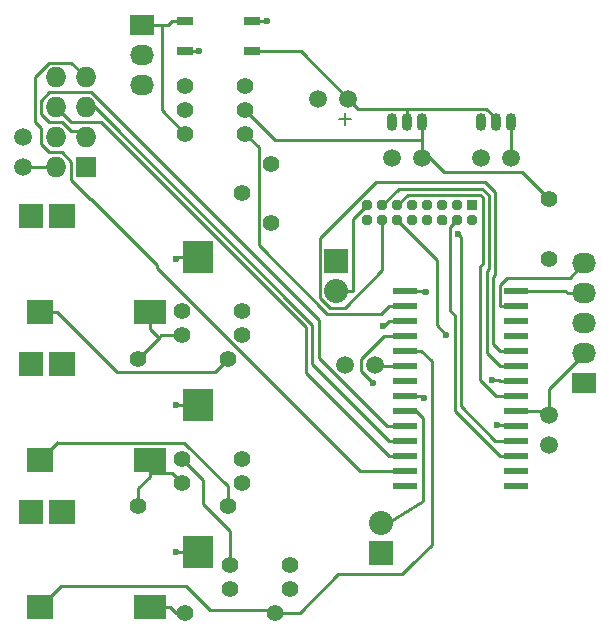
<source format=gtl>
%TF.GenerationSoftware,KiCad,Pcbnew,(2015-06-24 BZR 5814, Git a8bffb8)-product*%
%TF.CreationDate,2015-07-05T17:44:44-06:00*%
%TF.JobID,Power Monitor,506F776572204D6F6E69746F722E6B69,rev?*%
%TF.FileFunction,Copper,L1,Top,Signal*%
%FSLAX46Y46*%
G04 Gerber Fmt 4.6, Leading zero omitted, Abs format (unit mm)*
G04 Created by KiCad (PCBNEW (2015-06-24 BZR 5814, Git a8bffb8)-product) date 7/5/2015 5:44:44 PM*
%MOMM*%
G01*
G04 APERTURE LIST*
%ADD10C,0.100000*%
%ADD11C,0.150000*%
%ADD12R,1.727200X1.727200*%
%ADD13O,1.727200X1.727200*%
%ADD14R,1.400000X0.800000*%
%ADD15R,0.939800X0.939800*%
%ADD16C,0.939800*%
%ADD17C,1.397000*%
%ADD18R,2.200000X2.100000*%
%ADD19R,2.700000X2.100000*%
%ADD20R,2.000000X2.100000*%
%ADD21R,2.600000X2.700000*%
%ADD22C,1.501140*%
%ADD23R,2.032000X1.727200*%
%ADD24O,2.032000X1.727200*%
%ADD25O,0.899160X1.501140*%
%ADD26R,2.032000X2.032000*%
%ADD27O,2.032000X2.032000*%
%ADD28R,2.000000X0.600000*%
%ADD29C,0.600000*%
%ADD30C,0.254000*%
G04 APERTURE END LIST*
D10*
D11*
X143730760Y-70699260D02*
X143230380Y-70699260D01*
X143730760Y-70699260D02*
X143730760Y-71199640D01*
X144231140Y-70699260D02*
X143730760Y-70699260D01*
X143730760Y-70699260D02*
X143730760Y-70300480D01*
X143730760Y-70300480D02*
X143730760Y-70198880D01*
D12*
X121770000Y-74810000D03*
D13*
X119230000Y-74810000D03*
X121770000Y-72270000D03*
X119230000Y-72270000D03*
X121770000Y-69730000D03*
X119230000Y-69730000D03*
X121770000Y-67190000D03*
X119230000Y-67190000D03*
D14*
X130150000Y-64970000D03*
X135850000Y-64970000D03*
X135850000Y-62430000D03*
X130150000Y-62430000D03*
D15*
X154500000Y-78000000D03*
D16*
X154500000Y-79270000D03*
X153230000Y-78000000D03*
X153230000Y-79270000D03*
X151960000Y-78000000D03*
X151960000Y-79270000D03*
X150690000Y-78000000D03*
X150690000Y-79270000D03*
X149420000Y-78000000D03*
X149420000Y-79270000D03*
X148150000Y-78000000D03*
X148150000Y-79270000D03*
X146880000Y-78000000D03*
X146880000Y-79270000D03*
X145610000Y-78000000D03*
X145610000Y-79270000D03*
D17*
X137500000Y-79500000D03*
X135000000Y-77000000D03*
X137500000Y-74500000D03*
D18*
X117900000Y-112050000D03*
X119800000Y-103950000D03*
D19*
X127200000Y-112050000D03*
D20*
X117100000Y-103950000D03*
D21*
X131300000Y-107400000D03*
D18*
X117900000Y-99550000D03*
X119800000Y-91450000D03*
D19*
X127200000Y-99550000D03*
D20*
X117100000Y-91450000D03*
D21*
X131300000Y-94900000D03*
D18*
X117900000Y-87050000D03*
X119800000Y-78950000D03*
D19*
X127200000Y-87050000D03*
D20*
X117100000Y-78950000D03*
D21*
X131300000Y-82400000D03*
D17*
X161000000Y-77460000D03*
X161000000Y-82540000D03*
X135290000Y-67950000D03*
X130210000Y-67950000D03*
X135290000Y-69950000D03*
X130210000Y-69950000D03*
X133960000Y-110500000D03*
X139040000Y-110500000D03*
X133960000Y-108500000D03*
X139040000Y-108500000D03*
X129960000Y-101500000D03*
X135040000Y-101500000D03*
X129960000Y-99500000D03*
X135040000Y-99500000D03*
X129960000Y-89000000D03*
X135040000Y-89000000D03*
X129960000Y-87000000D03*
X135040000Y-87000000D03*
X135290000Y-71950000D03*
X130210000Y-71950000D03*
X137810000Y-112500000D03*
X130190000Y-112500000D03*
X133810000Y-103500000D03*
X126190000Y-103500000D03*
X133810000Y-91000000D03*
X126190000Y-91000000D03*
D22*
X141460000Y-69000000D03*
X144000000Y-69000000D03*
D23*
X126500000Y-62760000D03*
D24*
X126500000Y-65300000D03*
X126500000Y-67840000D03*
D22*
X146270000Y-91500000D03*
X143730000Y-91500000D03*
X157770000Y-74000000D03*
X155230000Y-74000000D03*
X150270000Y-74000000D03*
X147730000Y-74000000D03*
X161000000Y-95730000D03*
X161000000Y-98270000D03*
X116500000Y-74770000D03*
X116500000Y-72230000D03*
D25*
X156500000Y-71000000D03*
X157770000Y-71000000D03*
X155230000Y-71000000D03*
X149000000Y-71000000D03*
X150270000Y-71000000D03*
X147730000Y-71000000D03*
D26*
X143000000Y-82730000D03*
D27*
X143000000Y-85270000D03*
D26*
X146812000Y-107442000D03*
D27*
X146812000Y-104902000D03*
D28*
X148800000Y-85245000D03*
X148800000Y-86515000D03*
X148800000Y-87785000D03*
X148800000Y-89055000D03*
X148800000Y-90325000D03*
X148800000Y-91595000D03*
X148800000Y-92865000D03*
X148800000Y-94135000D03*
X148800000Y-95405000D03*
X148800000Y-96675000D03*
X148800000Y-97945000D03*
X148800000Y-99215000D03*
X148800000Y-100485000D03*
X148800000Y-101755000D03*
X158200000Y-101755000D03*
X158200000Y-100485000D03*
X158200000Y-99215000D03*
X158200000Y-97945000D03*
X158200000Y-96675000D03*
X158200000Y-95405000D03*
X158200000Y-94135000D03*
X158200000Y-92865000D03*
X158200000Y-91595000D03*
X158200000Y-90325000D03*
X158200000Y-89055000D03*
X158200000Y-87785000D03*
X158200000Y-86515000D03*
X158200000Y-85245000D03*
D23*
X164000000Y-93080000D03*
D24*
X164000000Y-90540000D03*
X164000000Y-88000000D03*
X164000000Y-85460000D03*
X164000000Y-82920000D03*
D29*
X156591000Y-96647000D03*
X129440000Y-107400000D03*
X137149000Y-62432400D03*
X131404360Y-64968120D03*
X129439000Y-82537300D03*
X129437000Y-94888600D03*
X150391000Y-94344400D03*
X146904400Y-88213800D03*
X146076800Y-93048800D03*
X150598300Y-85379500D03*
X153326100Y-80484700D03*
X156159100Y-92809100D03*
X152319500Y-88977400D03*
D30*
X158200000Y-96675000D02*
X158172000Y-96647000D01*
X158172000Y-96647000D02*
X156591000Y-96647000D01*
X131300000Y-107400000D02*
X129440000Y-107400000D01*
X131290000Y-107410000D02*
X131300000Y-107400000D01*
X136931000Y-62430000D02*
X135850000Y-62430000D01*
X136934000Y-62432400D02*
X136931000Y-62430000D01*
X137149000Y-62432400D02*
X136934000Y-62432400D01*
X131231000Y-64970000D02*
X131404360Y-64968120D01*
X130150000Y-64970000D02*
X131231000Y-64970000D01*
X129619000Y-82400000D02*
X131300000Y-82400000D01*
X129481000Y-82537300D02*
X129619000Y-82400000D01*
X129439000Y-82537300D02*
X129481000Y-82537300D01*
X129607000Y-94888600D02*
X129437000Y-94888600D01*
X129619000Y-94900000D02*
X129607000Y-94888600D01*
X131300000Y-94900000D02*
X129619000Y-94900000D01*
X150181000Y-94135000D02*
X148800000Y-94135000D01*
X150391000Y-94344400D02*
X150181000Y-94135000D01*
X150368000Y-96012000D02*
X149761000Y-95405000D01*
X149761000Y-95405000D02*
X148800000Y-95405000D01*
X150368000Y-103035234D02*
X147492000Y-104824700D01*
X150368000Y-96012000D02*
X150368000Y-103035234D01*
X146812000Y-104902000D02*
X147492000Y-104824700D01*
X146365000Y-91595000D02*
X146270000Y-91500000D01*
X148800000Y-91595000D02*
X146365000Y-91595000D01*
X155702000Y-69868100D02*
X156500000Y-70666100D01*
X156500000Y-70666100D02*
X156500000Y-71000000D01*
X139970000Y-64970000D02*
X135850000Y-64970000D01*
X144000000Y-69000000D02*
X139970000Y-64970000D01*
X144868100Y-69868100D02*
X144000000Y-69000000D01*
X149000000Y-69868100D02*
X144868100Y-69868100D01*
X149000000Y-71000000D02*
X149000000Y-69868100D01*
X155702000Y-69868100D02*
X149000000Y-69868100D01*
X157770000Y-71000000D02*
X157770000Y-74000000D01*
X117945000Y-74770000D02*
X116500000Y-74770000D01*
X117985000Y-74810000D02*
X117945000Y-74770000D01*
X119230000Y-74810000D02*
X117985000Y-74810000D01*
X133960000Y-105558500D02*
X133960000Y-108500000D01*
X131742500Y-103341000D02*
X133960000Y-105558500D01*
X131742500Y-101282500D02*
X131742500Y-103341000D01*
X129960000Y-99500000D02*
X131742500Y-101282500D01*
X150270000Y-71000000D02*
X150270000Y-72500000D01*
X137840000Y-72500000D02*
X135290000Y-69950000D01*
X150270000Y-72500000D02*
X137840000Y-72500000D01*
X164000000Y-90540000D02*
X164000000Y-90851200D01*
X164000000Y-90851200D02*
X164000000Y-91162400D01*
X161000000Y-93589200D02*
X161000000Y-95405000D01*
X163738000Y-90851200D02*
X161000000Y-93589200D01*
X164000000Y-90851200D02*
X163738000Y-90851200D01*
X161000000Y-95730000D02*
X161000000Y-95405000D01*
X161000000Y-95405000D02*
X158200000Y-95405000D01*
X150270000Y-72500000D02*
X150270000Y-73350600D01*
X150270000Y-73350600D02*
X150270000Y-74000000D01*
X158698000Y-75158000D02*
X161000000Y-77460000D01*
X152077400Y-75158000D02*
X158698000Y-75158000D01*
X150270000Y-73350600D02*
X152077400Y-75158000D01*
X126500000Y-62760000D02*
X128191100Y-62760000D01*
X129069000Y-62430000D02*
X130150000Y-62430000D01*
X128739000Y-62760000D02*
X129069000Y-62430000D01*
X128191100Y-62760000D02*
X128739000Y-62760000D01*
X128191100Y-69931100D02*
X130210000Y-71950000D01*
X128191100Y-62760000D02*
X128191100Y-69931100D01*
X132700800Y-92109200D02*
X133810000Y-91000000D01*
X124440500Y-92109200D02*
X132700800Y-92109200D01*
X119381300Y-87050000D02*
X124440500Y-92109200D01*
X117900000Y-87050000D02*
X119381300Y-87050000D01*
X146989900Y-88213800D02*
X146904400Y-88213800D01*
X147418700Y-87785000D02*
X146989900Y-88213800D01*
X148800000Y-87785000D02*
X147418700Y-87785000D01*
X127200000Y-87050000D02*
X127200000Y-88481300D01*
X127954400Y-89235600D02*
X127200000Y-88481300D01*
X126190000Y-91000000D02*
X127954400Y-89235600D01*
X128190000Y-89000000D02*
X129960000Y-89000000D01*
X127954400Y-89235600D02*
X128190000Y-89000000D01*
X117900000Y-99550000D02*
X119331300Y-98118700D01*
X119380000Y-98044000D02*
X119380000Y-98118700D01*
X119331300Y-98092700D02*
X119380000Y-98044000D01*
X119331300Y-98118700D02*
X119331300Y-98092700D01*
X130109800Y-98118700D02*
X119380000Y-98118700D01*
X133810000Y-101818900D02*
X130109800Y-98118700D01*
X133810000Y-103500000D02*
X133810000Y-101818900D01*
X145085600Y-92057600D02*
X146076800Y-93048800D01*
X145085600Y-91032200D02*
X145085600Y-92057600D01*
X147062800Y-89055000D02*
X145085600Y-91032200D01*
X148800000Y-89055000D02*
X147062800Y-89055000D01*
X126190000Y-101991300D02*
X127200000Y-100981300D01*
X126190000Y-103500000D02*
X126190000Y-101991300D01*
X127200000Y-99550000D02*
X127200000Y-100653400D01*
X127200000Y-100653400D02*
X127200000Y-100981300D01*
X129113400Y-100653400D02*
X129960000Y-101500000D01*
X127200000Y-100653400D02*
X129113400Y-100653400D01*
X137810000Y-112500000D02*
X137578000Y-112268000D01*
X137578000Y-112268000D02*
X132334000Y-112268000D01*
X119714000Y-110236000D02*
X117900000Y-112050000D01*
X130302000Y-110236000D02*
X119714000Y-110236000D01*
X132334000Y-112268000D02*
X130302000Y-110236000D01*
X139895000Y-112500000D02*
X143175000Y-109220000D01*
X143175000Y-109220000D02*
X148590000Y-109220000D01*
X149436700Y-108379100D02*
X149430900Y-108379100D01*
X149430900Y-108379100D02*
X148590000Y-109220000D01*
X151077000Y-106738800D02*
X149436700Y-108379100D01*
X151077000Y-91220700D02*
X151077000Y-106738800D01*
X150181300Y-90325000D02*
X151077000Y-91220700D01*
X148800000Y-90325000D02*
X150181300Y-90325000D01*
X139895000Y-112500000D02*
X137810000Y-112500000D01*
X129381300Y-112500000D02*
X128931300Y-112050000D01*
X130190000Y-112500000D02*
X129381300Y-112500000D01*
X127200000Y-112050000D02*
X128931300Y-112050000D01*
X150315800Y-85379500D02*
X150181300Y-85245000D01*
X150598300Y-85379500D02*
X150315800Y-85379500D01*
X148800000Y-85245000D02*
X150181300Y-85245000D01*
X162387700Y-85245000D02*
X158200000Y-85245000D01*
X162602700Y-85460000D02*
X162387700Y-85245000D01*
X164000000Y-85460000D02*
X162602700Y-85460000D01*
X164000000Y-82920000D02*
X162755100Y-84164900D01*
X162814000Y-84074000D02*
X162814000Y-84164900D01*
X162755100Y-84132900D02*
X162814000Y-84074000D01*
X162755100Y-84164900D02*
X162755100Y-84132900D01*
X156818700Y-84776400D02*
X156818700Y-86515000D01*
X157430200Y-84164900D02*
X156818700Y-84776400D01*
X162814000Y-84164900D02*
X157430200Y-84164900D01*
X158200000Y-86515000D02*
X156818700Y-86515000D01*
X158200000Y-99215000D02*
X156818700Y-99215000D01*
X152620000Y-79880000D02*
X153230000Y-79270000D01*
X152620000Y-86932000D02*
X152620000Y-79880000D01*
X153000800Y-87312800D02*
X152620000Y-86932000D01*
X153000800Y-95397100D02*
X153000800Y-87312800D01*
X156818700Y-99215000D02*
X153000800Y-95397100D01*
X152214000Y-79524500D02*
X151960000Y-79270000D01*
X153509100Y-80667700D02*
X153326100Y-80484700D01*
X153509100Y-95045500D02*
X153509100Y-80667700D01*
X156408600Y-97945000D02*
X153509100Y-95045500D01*
X158200000Y-97945000D02*
X156408600Y-97945000D01*
X158200000Y-94135000D02*
X156521600Y-94135000D01*
X155184400Y-92797800D02*
X156521600Y-94135000D01*
X155184400Y-83171900D02*
X155184400Y-92797800D01*
X155375000Y-82981300D02*
X155184400Y-83171900D01*
X155375000Y-77346700D02*
X155375000Y-82981300D01*
X155143700Y-77115400D02*
X155375000Y-77346700D01*
X149034600Y-77115400D02*
X155143700Y-77115400D01*
X148150000Y-78000000D02*
X149034600Y-77115400D01*
X156762800Y-92809100D02*
X156159100Y-92809100D01*
X156818700Y-92865000D02*
X156762800Y-92809100D01*
X151523600Y-82643600D02*
X148150000Y-79270000D01*
X151523600Y-88181500D02*
X151523600Y-82643600D01*
X152319500Y-88977400D02*
X151523600Y-88181500D01*
X158200000Y-92865000D02*
X156818700Y-92865000D01*
X148276400Y-76603600D02*
X146880000Y-78000000D01*
X155354100Y-76603600D02*
X148276400Y-76603600D01*
X155884900Y-77134400D02*
X155354100Y-76603600D01*
X155884900Y-83444300D02*
X155884900Y-77134400D01*
X155724500Y-83604700D02*
X155884900Y-83444300D01*
X155724500Y-90500800D02*
X155724500Y-83604700D01*
X156818700Y-91595000D02*
X155724500Y-90500800D01*
X158200000Y-91595000D02*
X156818700Y-91595000D01*
X158200000Y-90325000D02*
X156818700Y-90325000D01*
X156289100Y-89795400D02*
X156818700Y-90325000D01*
X156289100Y-84049800D02*
X156289100Y-89795400D01*
X156408200Y-83930700D02*
X156289100Y-84049800D01*
X156408200Y-76912800D02*
X156408200Y-83930700D01*
X155547400Y-76052000D02*
X156408200Y-76912800D01*
X146339100Y-76052000D02*
X155547400Y-76052000D01*
X141600400Y-80790700D02*
X146339100Y-76052000D01*
X141600400Y-85856200D02*
X141600400Y-80790700D01*
X142429900Y-86685700D02*
X141600400Y-85856200D01*
X143706700Y-86685700D02*
X142429900Y-86685700D01*
X146880000Y-83512400D02*
X143706700Y-86685700D01*
X146880000Y-79270000D02*
X146880000Y-83512400D01*
X144397300Y-79212700D02*
X144397300Y-85270000D01*
X145610000Y-78000000D02*
X144397300Y-79212700D01*
X143000000Y-85270000D02*
X144397300Y-85270000D01*
X121770000Y-72270000D02*
X121254200Y-71754200D01*
X121254200Y-71754200D02*
X120525100Y-71754200D01*
X119770900Y-71000000D02*
X120525100Y-71754200D01*
X118702200Y-71000000D02*
X119770900Y-71000000D01*
X117961500Y-70259300D02*
X118702200Y-71000000D01*
X117961500Y-69166500D02*
X117961500Y-70259300D01*
X118668000Y-68460000D02*
X117961500Y-69166500D01*
X122260600Y-68460000D02*
X118668000Y-68460000D01*
X141546200Y-87745600D02*
X122260600Y-68460000D01*
X141546200Y-90928700D02*
X141546200Y-87745600D01*
X147292500Y-96675000D02*
X141546200Y-90928700D01*
X148800000Y-96675000D02*
X147292500Y-96675000D01*
X121873000Y-69730000D02*
X121821500Y-69730000D01*
X121821500Y-69730000D02*
X121770000Y-69730000D01*
X148800000Y-97945000D02*
X147418700Y-97945000D01*
X140925700Y-91452000D02*
X147418700Y-97945000D01*
X140925700Y-88115400D02*
X140925700Y-91452000D01*
X122540300Y-69730000D02*
X140925700Y-88115400D01*
X121873000Y-69730000D02*
X122540300Y-69730000D01*
X119230000Y-69730000D02*
X120500000Y-71000000D01*
X120500000Y-71000000D02*
X123091500Y-71000000D01*
X119230000Y-69730000D02*
X119817360Y-70317360D01*
X148800000Y-99215000D02*
X147418700Y-99215000D01*
X123091500Y-71000000D02*
X140417300Y-88325800D01*
X140417300Y-88325800D02*
X140417300Y-92213600D01*
X140417300Y-92213600D02*
X147418700Y-99215000D01*
X121770000Y-67190000D02*
X120507000Y-65927000D01*
X120507000Y-65927000D02*
X118706300Y-65927000D01*
X144972300Y-100485000D02*
X148800000Y-100485000D01*
X118706300Y-65927000D02*
X117453200Y-67180100D01*
X117453200Y-67180100D02*
X117453200Y-70931400D01*
X117453200Y-70931400D02*
X117961500Y-71439700D01*
X117961500Y-71439700D02*
X117961500Y-72838500D01*
X117961500Y-72838500D02*
X118663000Y-73540000D01*
X118663000Y-73540000D02*
X119724700Y-73540000D01*
X119724700Y-73540000D02*
X120500000Y-74315300D01*
X120500000Y-74315300D02*
X120500000Y-75870800D01*
X120500000Y-75870800D02*
X122122800Y-77493600D01*
X122122800Y-77493600D02*
X122231100Y-77493600D01*
X122231100Y-77493600D02*
X127841800Y-83104300D01*
X127841800Y-83104300D02*
X127841800Y-83354500D01*
X127841800Y-83354500D02*
X144972300Y-100485000D01*
X148800000Y-86515000D02*
X147418700Y-86515000D01*
X146739600Y-87194100D02*
X147418700Y-86515000D01*
X142219300Y-87194100D02*
X146739600Y-87194100D01*
X136420100Y-81394900D02*
X142219300Y-87194100D01*
X136420100Y-73080100D02*
X136420100Y-81394900D01*
X135290000Y-71950000D02*
X136420100Y-73080100D01*
M02*

</source>
